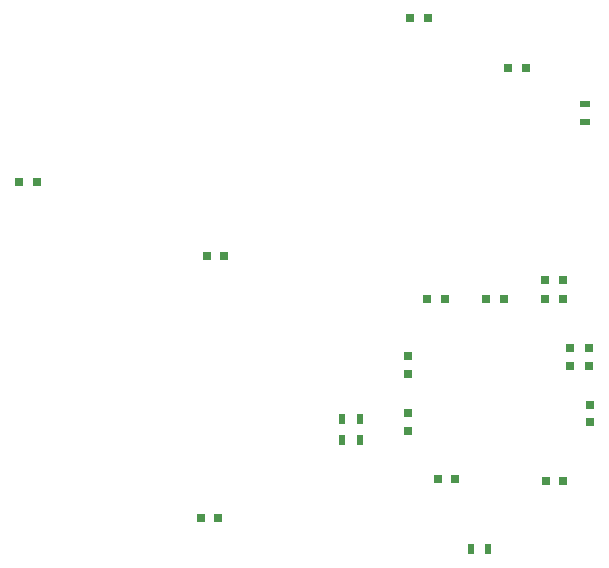
<source format=gbr>
G04 #@! TF.FileFunction,Paste,Bot*
%FSLAX46Y46*%
G04 Gerber Fmt 4.6, Leading zero omitted, Abs format (unit mm)*
G04 Created by KiCad (PCBNEW (2015-08-05 BZR 6055, Git fa29c62)-product) date 10/03/2016 14:30:23*
%MOMM*%
G01*
G04 APERTURE LIST*
%ADD10C,0.100000*%
%ADD11R,0.800000X0.750000*%
%ADD12R,0.750000X0.800000*%
%ADD13R,0.500000X0.900000*%
%ADD14R,0.900000X0.500000*%
G04 APERTURE END LIST*
D10*
D11*
X116217000Y-128270000D03*
X117717000Y-128270000D03*
X116217000Y-129857500D03*
X117717000Y-129857500D03*
D12*
X119951500Y-134060500D03*
X119951500Y-135560500D03*
D11*
X87070500Y-148463000D03*
X88570500Y-148463000D03*
X104787000Y-106108500D03*
X106287000Y-106108500D03*
X73203500Y-120015000D03*
X71703500Y-120015000D03*
X89078500Y-126238000D03*
X87578500Y-126238000D03*
X111264000Y-129921000D03*
X112764000Y-129921000D03*
X106247500Y-129921000D03*
X107747500Y-129921000D03*
D12*
X104584500Y-136195500D03*
X104584500Y-134695500D03*
X104584500Y-141021500D03*
X104584500Y-139521500D03*
D11*
X108636500Y-145097500D03*
X107136500Y-145097500D03*
X117780500Y-145288000D03*
X116280500Y-145288000D03*
D12*
X120015000Y-140323000D03*
X120015000Y-138823000D03*
X118364000Y-134060500D03*
X118364000Y-135560500D03*
D13*
X109930500Y-151066500D03*
X111430500Y-151066500D03*
X99072000Y-140081000D03*
X100572000Y-140081000D03*
X99072000Y-141795500D03*
X100572000Y-141795500D03*
D11*
X113105500Y-110299500D03*
X114605500Y-110299500D03*
D14*
X119634000Y-114859500D03*
X119634000Y-113359500D03*
M02*

</source>
